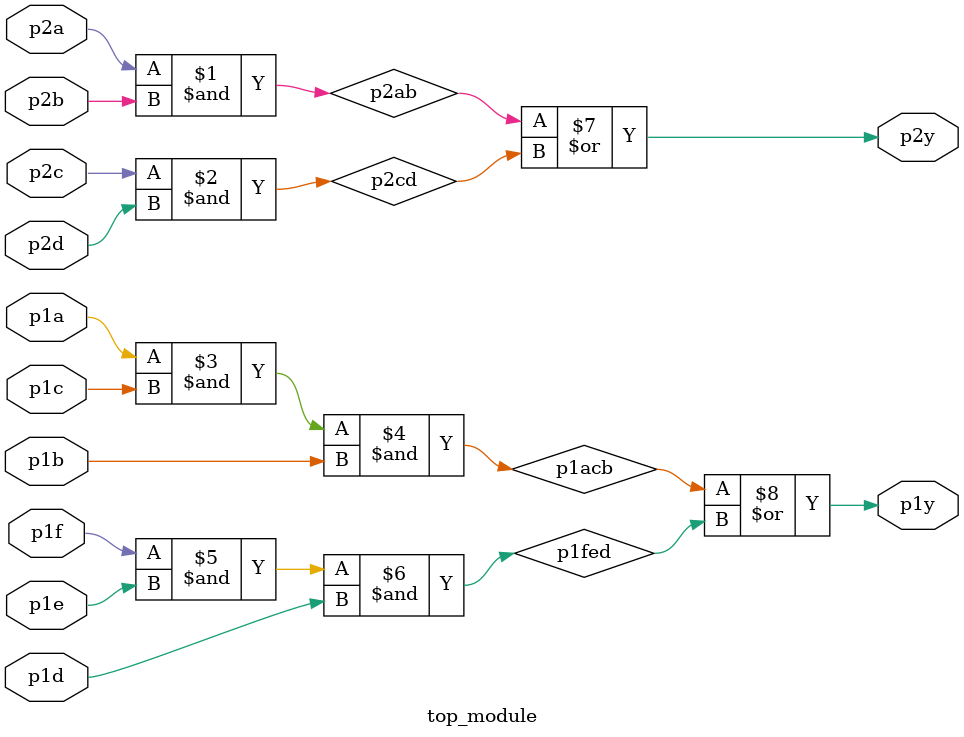
<source format=v>
module top_module (
    input p1a, p1b, p1c, p1d, p1e, p1f,
    output p1y,
    input p2a, p2b, p2c, p2d,
    output p2y );

    wire p2ab, p2cd, p1acb, p1fed;
    assign p2ab = p2a & p2b;
    assign p2cd = p2c & p2d;
    assign p1acb = p1a & p1c & p1b;
    assign p1fed = p1f & p1e & p1d;
    assign p2y = p2ab | p2cd;
    assign p1y = p1acb | p1fed;

endmodule

</source>
